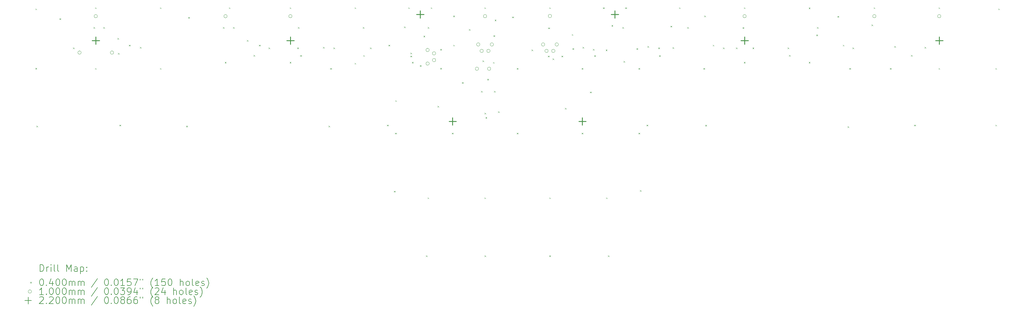
<source format=gbr>
%TF.GenerationSoftware,KiCad,Pcbnew,7.0.1-0*%
%TF.CreationDate,2023-05-14T12:23:51+09:00*%
%TF.ProjectId,Sandy_Top_with_Plate_Mid,53616e64-795f-4546-9f70-5f776974685f,v.0*%
%TF.SameCoordinates,Original*%
%TF.FileFunction,Drillmap*%
%TF.FilePolarity,Positive*%
%FSLAX45Y45*%
G04 Gerber Fmt 4.5, Leading zero omitted, Abs format (unit mm)*
G04 Created by KiCad (PCBNEW 7.0.1-0) date 2023-05-14 12:23:51*
%MOMM*%
%LPD*%
G01*
G04 APERTURE LIST*
%ADD10C,0.200000*%
%ADD11C,0.040000*%
%ADD12C,0.100000*%
%ADD13C,0.220000*%
G04 APERTURE END LIST*
D10*
D11*
X1642931Y-1880240D02*
X1682931Y-1920240D01*
X1682931Y-1880240D02*
X1642931Y-1920240D01*
X1642931Y-3627840D02*
X1682931Y-3667840D01*
X1682931Y-3627840D02*
X1642931Y-3667840D01*
X1670531Y-5327841D02*
X1710531Y-5367841D01*
X1710531Y-5327841D02*
X1670531Y-5367841D01*
X2350531Y-2167841D02*
X2390531Y-2207841D01*
X2390531Y-2167841D02*
X2350531Y-2207841D01*
X2750531Y-3027840D02*
X2790531Y-3067840D01*
X2790531Y-3027840D02*
X2750531Y-3067840D01*
X3350531Y-2427841D02*
X3390531Y-2467841D01*
X3390531Y-2427841D02*
X3350531Y-2467841D01*
X3395531Y-1846903D02*
X3435531Y-1886903D01*
X3435531Y-1846903D02*
X3395531Y-1886903D01*
X3395531Y-3632840D02*
X3435531Y-3672840D01*
X3435531Y-3632840D02*
X3395531Y-3672840D01*
X3639531Y-2426341D02*
X3679531Y-2466341D01*
X3679531Y-2426341D02*
X3639531Y-2466341D01*
X4050531Y-2747841D02*
X4090531Y-2787841D01*
X4090531Y-2747841D02*
X4050531Y-2787841D01*
X4070531Y-3187840D02*
X4110531Y-3227840D01*
X4110531Y-3187840D02*
X4070531Y-3227840D01*
X4109906Y-5299716D02*
X4149906Y-5339716D01*
X4149906Y-5299716D02*
X4109906Y-5339716D01*
X4390531Y-2947840D02*
X4430531Y-2987840D01*
X4430531Y-2947840D02*
X4390531Y-2987840D01*
X4710531Y-3007840D02*
X4750531Y-3047840D01*
X4750531Y-3007840D02*
X4710531Y-3047840D01*
X5300531Y-1846903D02*
X5340531Y-1886903D01*
X5340531Y-1846903D02*
X5300531Y-1886903D01*
X5300531Y-3632840D02*
X5340531Y-3672840D01*
X5340531Y-3632840D02*
X5300531Y-3672840D01*
X6070531Y-5327841D02*
X6110531Y-5367841D01*
X6110531Y-5327841D02*
X6070531Y-5367841D01*
X6130531Y-2127841D02*
X6170531Y-2167841D01*
X6170531Y-2127841D02*
X6130531Y-2167841D01*
X7150531Y-2427841D02*
X7190531Y-2467841D01*
X7190531Y-2427841D02*
X7150531Y-2467841D01*
X7205531Y-3447840D02*
X7245531Y-3487840D01*
X7245531Y-3447840D02*
X7205531Y-3487840D01*
X7324593Y-1846903D02*
X7364593Y-1886903D01*
X7364593Y-1846903D02*
X7324593Y-1886903D01*
X7449531Y-2426341D02*
X7489531Y-2466341D01*
X7489531Y-2426341D02*
X7449531Y-2466341D01*
X7850531Y-2807840D02*
X7890531Y-2847840D01*
X7890531Y-2807840D02*
X7850531Y-2847840D01*
X8050531Y-3244870D02*
X8090531Y-3284870D01*
X8090531Y-3244870D02*
X8050531Y-3284870D01*
X8210531Y-2947840D02*
X8250531Y-2987840D01*
X8250531Y-2947840D02*
X8210531Y-2987840D01*
X8490531Y-3027840D02*
X8530531Y-3067840D01*
X8530531Y-3027840D02*
X8490531Y-3067840D01*
X9110531Y-1846903D02*
X9150531Y-1886903D01*
X9150531Y-1846903D02*
X9110531Y-1886903D01*
X9110531Y-3447840D02*
X9150531Y-3487840D01*
X9150531Y-3447840D02*
X9110531Y-3487840D01*
X9330531Y-3027840D02*
X9370531Y-3067840D01*
X9370531Y-3027840D02*
X9330531Y-3067840D01*
X9354531Y-2426341D02*
X9394531Y-2466341D01*
X9394531Y-2426341D02*
X9354531Y-2466341D01*
X9417351Y-3250810D02*
X9457351Y-3290810D01*
X9457351Y-3250810D02*
X9417351Y-3290810D01*
X10090531Y-3007840D02*
X10130531Y-3047840D01*
X10130531Y-3007840D02*
X10090531Y-3047840D01*
X10250531Y-5327841D02*
X10290531Y-5367841D01*
X10290531Y-5327841D02*
X10250531Y-5367841D01*
X10301156Y-3632840D02*
X10341156Y-3672840D01*
X10341156Y-3632840D02*
X10301156Y-3672840D01*
X10390531Y-3027840D02*
X10430531Y-3067840D01*
X10430531Y-3027840D02*
X10390531Y-3067840D01*
X11015531Y-1846903D02*
X11055531Y-1886903D01*
X11055531Y-1846903D02*
X11015531Y-1886903D01*
X11015531Y-3480440D02*
X11055531Y-3520440D01*
X11055531Y-3480440D02*
X11015531Y-3520440D01*
X11259531Y-2426341D02*
X11299531Y-2466341D01*
X11299531Y-2426341D02*
X11259531Y-2466341D01*
X11270531Y-3250810D02*
X11310531Y-3290810D01*
X11310531Y-3250810D02*
X11270531Y-3290810D01*
X11470531Y-3027840D02*
X11510531Y-3067840D01*
X11510531Y-3027840D02*
X11470531Y-3067840D01*
X11968031Y-5299716D02*
X12008031Y-5339716D01*
X12008031Y-5299716D02*
X11968031Y-5339716D01*
X12010531Y-2947840D02*
X12050531Y-2987840D01*
X12050531Y-2947840D02*
X12010531Y-2987840D01*
X12170531Y-7247840D02*
X12210531Y-7287840D01*
X12210531Y-7247840D02*
X12170531Y-7287840D01*
X12206156Y-5537841D02*
X12246156Y-5577841D01*
X12246156Y-5537841D02*
X12206156Y-5577841D01*
X12210000Y-4580000D02*
X12250000Y-4620000D01*
X12250000Y-4580000D02*
X12210000Y-4620000D01*
X12470531Y-2407841D02*
X12510531Y-2447841D01*
X12510531Y-2407841D02*
X12470531Y-2447841D01*
X12590331Y-1846903D02*
X12630331Y-1886903D01*
X12630331Y-1846903D02*
X12590331Y-1886903D01*
X12651878Y-3180134D02*
X12691878Y-3220134D01*
X12691878Y-3180134D02*
X12651878Y-3220134D01*
X12652295Y-3268770D02*
X12692295Y-3308770D01*
X12692295Y-3268770D02*
X12652295Y-3308770D01*
X12700000Y-3447840D02*
X12740000Y-3487840D01*
X12740000Y-3447840D02*
X12700000Y-3487840D01*
X12930531Y-3547840D02*
X12970531Y-3587840D01*
X12970531Y-3547840D02*
X12930531Y-3587840D01*
X13039593Y-2680341D02*
X13079593Y-2720341D01*
X13079593Y-2680341D02*
X13039593Y-2720341D01*
X13110531Y-9147841D02*
X13150531Y-9187841D01*
X13150531Y-9147841D02*
X13110531Y-9187841D01*
X13158656Y-7442840D02*
X13198656Y-7482840D01*
X13198656Y-7442840D02*
X13158656Y-7482840D01*
X13164531Y-2426341D02*
X13204531Y-2466341D01*
X13204531Y-2426341D02*
X13164531Y-2466341D01*
X13250731Y-1846903D02*
X13290731Y-1886903D01*
X13290731Y-1846903D02*
X13250731Y-1886903D01*
X13450531Y-4747841D02*
X13490531Y-4787841D01*
X13490531Y-4747841D02*
X13450531Y-4787841D01*
X13530531Y-3067840D02*
X13570531Y-3107840D01*
X13570531Y-3067840D02*
X13530531Y-3107840D01*
X13530531Y-3627840D02*
X13570531Y-3667840D01*
X13570531Y-3627840D02*
X13530531Y-3667840D01*
X13873031Y-5537841D02*
X13913031Y-5577841D01*
X13913031Y-5537841D02*
X13873031Y-5577841D01*
X13910000Y-2090000D02*
X13950000Y-2130000D01*
X13950000Y-2090000D02*
X13910000Y-2130000D01*
X13910531Y-2947840D02*
X13950531Y-2987840D01*
X13950531Y-2947840D02*
X13910531Y-2987840D01*
X14170531Y-4047840D02*
X14210531Y-4087840D01*
X14210531Y-4047840D02*
X14170531Y-4087840D01*
X14370531Y-2487841D02*
X14410531Y-2527841D01*
X14410531Y-2487841D02*
X14370531Y-2527841D01*
X14730531Y-4307841D02*
X14770531Y-4347841D01*
X14770531Y-4307841D02*
X14730531Y-4347841D01*
X14770531Y-3407840D02*
X14810531Y-3447840D01*
X14810531Y-3407840D02*
X14770531Y-3447840D01*
X14825531Y-1846903D02*
X14865531Y-1886903D01*
X14865531Y-1846903D02*
X14825531Y-1886903D01*
X14825531Y-7442840D02*
X14865531Y-7482840D01*
X14865531Y-7442840D02*
X14825531Y-7482840D01*
X14830531Y-4947841D02*
X14870531Y-4987841D01*
X14870531Y-4947841D02*
X14830531Y-4987841D01*
X14830531Y-9147841D02*
X14870531Y-9187841D01*
X14870531Y-9147841D02*
X14830531Y-9187841D01*
X14860531Y-5077841D02*
X14900531Y-5117841D01*
X14900531Y-5077841D02*
X14860531Y-5117841D01*
X14910531Y-3947840D02*
X14950531Y-3987840D01*
X14950531Y-3947840D02*
X14910531Y-3987840D01*
X15079531Y-3455040D02*
X15119531Y-3495040D01*
X15119531Y-3455040D02*
X15079531Y-3495040D01*
X15090531Y-2667841D02*
X15130531Y-2707841D01*
X15130531Y-2667841D02*
X15090531Y-2707841D01*
X15110531Y-4307841D02*
X15150531Y-4347841D01*
X15150531Y-4307841D02*
X15110531Y-4347841D01*
X15130531Y-2207841D02*
X15170531Y-2247841D01*
X15170531Y-2207841D02*
X15130531Y-2247841D01*
X15230531Y-4907841D02*
X15270531Y-4947841D01*
X15270531Y-4907841D02*
X15230531Y-4947841D01*
X15640531Y-2117841D02*
X15680531Y-2157841D01*
X15680531Y-2117841D02*
X15640531Y-2157841D01*
X15778031Y-3632840D02*
X15818031Y-3672840D01*
X15818031Y-3632840D02*
X15778031Y-3672840D01*
X15778031Y-5537841D02*
X15818031Y-5577841D01*
X15818031Y-5537841D02*
X15778031Y-5577841D01*
X16210531Y-3087840D02*
X16250531Y-3127840D01*
X16250531Y-3087840D02*
X16210531Y-3127840D01*
X16690531Y-3267840D02*
X16730531Y-3307840D01*
X16730531Y-3267840D02*
X16690531Y-3307840D01*
X16700531Y-2437841D02*
X16740531Y-2477841D01*
X16740531Y-2437841D02*
X16700531Y-2477841D01*
X16730531Y-1846903D02*
X16770531Y-1886903D01*
X16770531Y-1846903D02*
X16730531Y-1886903D01*
X16730531Y-7442840D02*
X16770531Y-7482840D01*
X16770531Y-7442840D02*
X16730531Y-7482840D01*
X16730531Y-9147841D02*
X16770531Y-9187841D01*
X16770531Y-9147841D02*
X16730531Y-9187841D01*
X16830531Y-3347840D02*
X16870531Y-3387840D01*
X16870531Y-3347840D02*
X16830531Y-3387840D01*
X17090531Y-3267840D02*
X17130531Y-3307840D01*
X17130531Y-3267840D02*
X17090531Y-3307840D01*
X17190531Y-4807841D02*
X17230531Y-4847841D01*
X17230531Y-4807841D02*
X17190531Y-4847841D01*
X17390931Y-2632716D02*
X17430931Y-2672716D01*
X17430931Y-2632716D02*
X17390931Y-2672716D01*
X17410531Y-3047840D02*
X17450531Y-3087840D01*
X17450531Y-3047840D02*
X17410531Y-3087840D01*
X17683031Y-3632840D02*
X17723031Y-3672840D01*
X17723031Y-3632840D02*
X17683031Y-3672840D01*
X17683031Y-5537841D02*
X17723031Y-5577841D01*
X17723031Y-5537841D02*
X17683031Y-5577841D01*
X17710531Y-3007840D02*
X17750531Y-3047840D01*
X17750531Y-3007840D02*
X17710531Y-3047840D01*
X17930531Y-4327841D02*
X17970531Y-4367841D01*
X17970531Y-4327841D02*
X17930531Y-4367841D01*
X18010531Y-3067840D02*
X18050531Y-3107840D01*
X18050531Y-3067840D02*
X18010531Y-3107840D01*
X18050531Y-3254090D02*
X18090531Y-3294090D01*
X18090531Y-3254090D02*
X18050531Y-3294090D01*
X18310000Y-1846903D02*
X18350000Y-1886903D01*
X18350000Y-1846903D02*
X18310000Y-1886903D01*
X18390531Y-3087840D02*
X18430531Y-3127840D01*
X18430531Y-3087840D02*
X18390531Y-3127840D01*
X18397406Y-7442840D02*
X18437406Y-7482840D01*
X18437406Y-7442840D02*
X18397406Y-7482840D01*
X18450531Y-9147841D02*
X18490531Y-9187841D01*
X18490531Y-9147841D02*
X18450531Y-9187841D01*
X18560000Y-2370000D02*
X18600000Y-2410000D01*
X18600000Y-2370000D02*
X18560000Y-2410000D01*
X18879531Y-2426340D02*
X18919531Y-2466340D01*
X18919531Y-2426340D02*
X18879531Y-2466340D01*
X18910531Y-3427840D02*
X18950531Y-3467840D01*
X18950531Y-3427840D02*
X18910531Y-3467840D01*
X18960000Y-1846903D02*
X19000000Y-1886903D01*
X19000000Y-1846903D02*
X18960000Y-1886903D01*
X19290531Y-3047840D02*
X19330531Y-3087840D01*
X19330531Y-3047840D02*
X19290531Y-3087840D01*
X19349906Y-3632840D02*
X19389906Y-3672840D01*
X19389906Y-3632840D02*
X19349906Y-3672840D01*
X19349906Y-5537841D02*
X19389906Y-5577841D01*
X19389906Y-5537841D02*
X19349906Y-5577841D01*
X19390531Y-7227840D02*
X19430531Y-7267840D01*
X19430531Y-7227840D02*
X19390531Y-7267840D01*
X19588031Y-5299716D02*
X19628031Y-5339716D01*
X19628031Y-5299716D02*
X19588031Y-5339716D01*
X19610531Y-2987840D02*
X19650531Y-3027840D01*
X19650531Y-2987840D02*
X19610531Y-3027840D01*
X19930531Y-3027840D02*
X19970531Y-3067840D01*
X19970531Y-3027840D02*
X19930531Y-3067840D01*
X19956781Y-3254090D02*
X19996781Y-3294090D01*
X19996781Y-3254090D02*
X19956781Y-3294090D01*
X20290531Y-2387841D02*
X20330531Y-2427841D01*
X20330531Y-2387841D02*
X20290531Y-2427841D01*
X20350000Y-3020000D02*
X20390000Y-3060000D01*
X20390000Y-3020000D02*
X20350000Y-3060000D01*
X20540531Y-1846903D02*
X20580531Y-1886903D01*
X20580531Y-1846903D02*
X20540531Y-1886903D01*
X20784531Y-2426341D02*
X20824531Y-2466341D01*
X20824531Y-2426341D02*
X20784531Y-2466341D01*
X21254906Y-3632840D02*
X21294906Y-3672840D01*
X21294906Y-3632840D02*
X21254906Y-3672840D01*
X21280000Y-2090000D02*
X21320000Y-2130000D01*
X21320000Y-2090000D02*
X21280000Y-2130000D01*
X21310531Y-5307841D02*
X21350531Y-5347841D01*
X21350531Y-5307841D02*
X21310531Y-5347841D01*
X21530531Y-2947840D02*
X21570531Y-2987840D01*
X21570531Y-2947840D02*
X21530531Y-2987840D01*
X21830531Y-3027840D02*
X21870531Y-3067840D01*
X21870531Y-3027840D02*
X21830531Y-3067840D01*
X22210000Y-3030000D02*
X22250000Y-3070000D01*
X22250000Y-3030000D02*
X22210000Y-3070000D01*
X22410000Y-2430000D02*
X22450000Y-2470000D01*
X22450000Y-2430000D02*
X22410000Y-2470000D01*
X22445531Y-1846903D02*
X22485531Y-1886903D01*
X22485531Y-1846903D02*
X22445531Y-1886903D01*
X22445531Y-3447840D02*
X22485531Y-3487840D01*
X22485531Y-3447840D02*
X22445531Y-3487840D01*
X22700000Y-3030000D02*
X22740000Y-3070000D01*
X22740000Y-3030000D02*
X22700000Y-3070000D01*
X23730531Y-3027840D02*
X23770531Y-3067840D01*
X23770531Y-3027840D02*
X23730531Y-3067840D01*
X23770531Y-3244870D02*
X23810531Y-3284870D01*
X23810531Y-3244870D02*
X23770531Y-3284870D01*
X24350531Y-1850000D02*
X24390531Y-1890000D01*
X24390531Y-1850000D02*
X24350531Y-1890000D01*
X24350531Y-3447840D02*
X24390531Y-3487840D01*
X24390531Y-3447840D02*
X24350531Y-3487840D01*
X24570531Y-2647841D02*
X24610531Y-2687841D01*
X24610531Y-2647841D02*
X24570531Y-2687841D01*
X24594531Y-2426341D02*
X24634531Y-2466341D01*
X24634531Y-2426341D02*
X24594531Y-2466341D01*
X25190000Y-2100000D02*
X25230000Y-2140000D01*
X25230000Y-2100000D02*
X25190000Y-2140000D01*
X25350531Y-2947840D02*
X25390531Y-2987840D01*
X25390531Y-2947840D02*
X25350531Y-2987840D01*
X25490531Y-5347841D02*
X25530531Y-5387841D01*
X25530531Y-5347841D02*
X25490531Y-5387841D01*
X25541156Y-3632840D02*
X25581156Y-3672840D01*
X25581156Y-3632840D02*
X25541156Y-3672840D01*
X25630531Y-3027840D02*
X25670531Y-3067840D01*
X25670531Y-3027840D02*
X25630531Y-3067840D01*
X26190000Y-2350000D02*
X26230000Y-2390000D01*
X26230000Y-2350000D02*
X26190000Y-2390000D01*
X26255531Y-1846903D02*
X26295531Y-1886903D01*
X26295531Y-1846903D02*
X26255531Y-1886903D01*
X26731781Y-3632840D02*
X26771781Y-3672840D01*
X26771781Y-3632840D02*
X26731781Y-3672840D01*
X26860223Y-2984870D02*
X26900223Y-3024870D01*
X26900223Y-2984870D02*
X26860223Y-3024870D01*
X27351131Y-3248440D02*
X27391131Y-3288440D01*
X27391131Y-3248440D02*
X27351131Y-3288440D01*
X27446156Y-5299716D02*
X27486156Y-5339716D01*
X27486156Y-5299716D02*
X27446156Y-5339716D01*
X27750531Y-3007840D02*
X27790531Y-3047840D01*
X27790531Y-3007840D02*
X27750531Y-3047840D01*
X28160531Y-1846903D02*
X28200531Y-1886903D01*
X28200531Y-1846903D02*
X28160531Y-1886903D01*
X28160531Y-3632840D02*
X28200531Y-3672840D01*
X28200531Y-3632840D02*
X28160531Y-3672840D01*
X29827406Y-3632840D02*
X29867406Y-3672840D01*
X29867406Y-3632840D02*
X29827406Y-3672840D01*
X29827406Y-5299716D02*
X29867406Y-5339716D01*
X29867406Y-5299716D02*
X29827406Y-5339716D01*
X29913131Y-1880240D02*
X29953131Y-1920240D01*
X29953131Y-1880240D02*
X29913131Y-1920240D01*
D12*
X2989281Y-3176590D02*
G75*
G03*
X2989281Y-3176590I-50000J0D01*
G01*
X3465531Y-2105028D02*
G75*
G03*
X3465531Y-2105028I-50000J0D01*
G01*
X3941781Y-3176590D02*
G75*
G03*
X3941781Y-3176590I-50000J0D01*
G01*
X7275531Y-2105966D02*
G75*
G03*
X7275531Y-2105966I-50000J0D01*
G01*
X9180531Y-2105028D02*
G75*
G03*
X9180531Y-2105028I-50000J0D01*
G01*
X13208656Y-3100340D02*
G75*
G03*
X13208656Y-3100340I-50000J0D01*
G01*
X13208656Y-3500340D02*
G75*
G03*
X13208656Y-3500340I-50000J0D01*
G01*
X13398656Y-3200340D02*
G75*
G03*
X13398656Y-3200340I-50000J0D01*
G01*
X13398656Y-3400340D02*
G75*
G03*
X13398656Y-3400340I-50000J0D01*
G01*
X14657406Y-3652840D02*
G75*
G03*
X14657406Y-3652840I-50000J0D01*
G01*
X14695531Y-2937528D02*
G75*
G03*
X14695531Y-2937528I-50000J0D01*
G01*
X14795531Y-3127528D02*
G75*
G03*
X14795531Y-3127528I-50000J0D01*
G01*
X14895531Y-2105028D02*
G75*
G03*
X14895531Y-2105028I-50000J0D01*
G01*
X14995531Y-3127528D02*
G75*
G03*
X14995531Y-3127528I-50000J0D01*
G01*
X15014593Y-3652840D02*
G75*
G03*
X15014593Y-3652840I-50000J0D01*
G01*
X15095531Y-2937528D02*
G75*
G03*
X15095531Y-2937528I-50000J0D01*
G01*
X16600531Y-2937528D02*
G75*
G03*
X16600531Y-2937528I-50000J0D01*
G01*
X16700531Y-3127528D02*
G75*
G03*
X16700531Y-3127528I-50000J0D01*
G01*
X16800531Y-2100341D02*
G75*
G03*
X16800531Y-2100341I-50000J0D01*
G01*
X16900531Y-3127528D02*
G75*
G03*
X16900531Y-3127528I-50000J0D01*
G01*
X17000531Y-2937528D02*
G75*
G03*
X17000531Y-2937528I-50000J0D01*
G01*
X22515531Y-2105028D02*
G75*
G03*
X22515531Y-2105028I-50000J0D01*
G01*
X26325531Y-2105028D02*
G75*
G03*
X26325531Y-2105028I-50000J0D01*
G01*
X28230531Y-2105028D02*
G75*
G03*
X28230531Y-2105028I-50000J0D01*
G01*
D13*
X3415531Y-2709403D02*
X3415531Y-2929403D01*
X3305531Y-2819403D02*
X3525531Y-2819403D01*
X9130531Y-2709403D02*
X9130531Y-2929403D01*
X9020531Y-2819403D02*
X9240531Y-2819403D01*
X12940531Y-1946165D02*
X12940531Y-2166166D01*
X12830531Y-2056165D02*
X13050531Y-2056165D01*
X13893031Y-5090653D02*
X13893031Y-5310653D01*
X13783031Y-5200653D02*
X14003031Y-5200653D01*
X17703031Y-5090653D02*
X17703031Y-5310653D01*
X17593031Y-5200653D02*
X17813031Y-5200653D01*
X18655531Y-1946165D02*
X18655531Y-2166166D01*
X18545531Y-2056165D02*
X18765531Y-2056165D01*
X22465531Y-2709403D02*
X22465531Y-2929403D01*
X22355531Y-2819403D02*
X22575531Y-2819403D01*
X28180531Y-2709403D02*
X28180531Y-2929403D01*
X28070531Y-2819403D02*
X28290531Y-2819403D01*
D10*
X1778150Y-9620360D02*
X1778150Y-9420360D01*
X1778150Y-9420360D02*
X1825769Y-9420360D01*
X1825769Y-9420360D02*
X1854340Y-9429884D01*
X1854340Y-9429884D02*
X1873388Y-9448932D01*
X1873388Y-9448932D02*
X1882912Y-9467979D01*
X1882912Y-9467979D02*
X1892436Y-9506075D01*
X1892436Y-9506075D02*
X1892436Y-9534646D01*
X1892436Y-9534646D02*
X1882912Y-9572741D01*
X1882912Y-9572741D02*
X1873388Y-9591789D01*
X1873388Y-9591789D02*
X1854340Y-9610837D01*
X1854340Y-9610837D02*
X1825769Y-9620360D01*
X1825769Y-9620360D02*
X1778150Y-9620360D01*
X1978150Y-9620360D02*
X1978150Y-9487027D01*
X1978150Y-9525122D02*
X1987674Y-9506075D01*
X1987674Y-9506075D02*
X1997198Y-9496551D01*
X1997198Y-9496551D02*
X2016245Y-9487027D01*
X2016245Y-9487027D02*
X2035293Y-9487027D01*
X2101960Y-9620360D02*
X2101960Y-9487027D01*
X2101960Y-9420360D02*
X2092436Y-9429884D01*
X2092436Y-9429884D02*
X2101960Y-9439408D01*
X2101960Y-9439408D02*
X2111483Y-9429884D01*
X2111483Y-9429884D02*
X2101960Y-9420360D01*
X2101960Y-9420360D02*
X2101960Y-9439408D01*
X2225769Y-9620360D02*
X2206721Y-9610837D01*
X2206721Y-9610837D02*
X2197198Y-9591789D01*
X2197198Y-9591789D02*
X2197198Y-9420360D01*
X2330531Y-9620360D02*
X2311483Y-9610837D01*
X2311483Y-9610837D02*
X2301960Y-9591789D01*
X2301960Y-9591789D02*
X2301960Y-9420360D01*
X2559102Y-9620360D02*
X2559102Y-9420360D01*
X2559102Y-9420360D02*
X2625769Y-9563217D01*
X2625769Y-9563217D02*
X2692436Y-9420360D01*
X2692436Y-9420360D02*
X2692436Y-9620360D01*
X2873388Y-9620360D02*
X2873388Y-9515598D01*
X2873388Y-9515598D02*
X2863864Y-9496551D01*
X2863864Y-9496551D02*
X2844817Y-9487027D01*
X2844817Y-9487027D02*
X2806721Y-9487027D01*
X2806721Y-9487027D02*
X2787674Y-9496551D01*
X2873388Y-9610837D02*
X2854340Y-9620360D01*
X2854340Y-9620360D02*
X2806721Y-9620360D01*
X2806721Y-9620360D02*
X2787674Y-9610837D01*
X2787674Y-9610837D02*
X2778150Y-9591789D01*
X2778150Y-9591789D02*
X2778150Y-9572741D01*
X2778150Y-9572741D02*
X2787674Y-9553694D01*
X2787674Y-9553694D02*
X2806721Y-9544170D01*
X2806721Y-9544170D02*
X2854340Y-9544170D01*
X2854340Y-9544170D02*
X2873388Y-9534646D01*
X2968626Y-9487027D02*
X2968626Y-9687027D01*
X2968626Y-9496551D02*
X2987674Y-9487027D01*
X2987674Y-9487027D02*
X3025769Y-9487027D01*
X3025769Y-9487027D02*
X3044817Y-9496551D01*
X3044817Y-9496551D02*
X3054340Y-9506075D01*
X3054340Y-9506075D02*
X3063864Y-9525122D01*
X3063864Y-9525122D02*
X3063864Y-9582265D01*
X3063864Y-9582265D02*
X3054340Y-9601313D01*
X3054340Y-9601313D02*
X3044817Y-9610837D01*
X3044817Y-9610837D02*
X3025769Y-9620360D01*
X3025769Y-9620360D02*
X2987674Y-9620360D01*
X2987674Y-9620360D02*
X2968626Y-9610837D01*
X3149579Y-9601313D02*
X3159102Y-9610837D01*
X3159102Y-9610837D02*
X3149579Y-9620360D01*
X3149579Y-9620360D02*
X3140055Y-9610837D01*
X3140055Y-9610837D02*
X3149579Y-9601313D01*
X3149579Y-9601313D02*
X3149579Y-9620360D01*
X3149579Y-9496551D02*
X3159102Y-9506075D01*
X3159102Y-9506075D02*
X3149579Y-9515598D01*
X3149579Y-9515598D02*
X3140055Y-9506075D01*
X3140055Y-9506075D02*
X3149579Y-9496551D01*
X3149579Y-9496551D02*
X3149579Y-9515598D01*
D11*
X1490531Y-9927837D02*
X1530531Y-9967837D01*
X1530531Y-9927837D02*
X1490531Y-9967837D01*
D10*
X1816245Y-9840360D02*
X1835293Y-9840360D01*
X1835293Y-9840360D02*
X1854340Y-9849884D01*
X1854340Y-9849884D02*
X1863864Y-9859408D01*
X1863864Y-9859408D02*
X1873388Y-9878456D01*
X1873388Y-9878456D02*
X1882912Y-9916551D01*
X1882912Y-9916551D02*
X1882912Y-9964170D01*
X1882912Y-9964170D02*
X1873388Y-10002265D01*
X1873388Y-10002265D02*
X1863864Y-10021313D01*
X1863864Y-10021313D02*
X1854340Y-10030837D01*
X1854340Y-10030837D02*
X1835293Y-10040360D01*
X1835293Y-10040360D02*
X1816245Y-10040360D01*
X1816245Y-10040360D02*
X1797198Y-10030837D01*
X1797198Y-10030837D02*
X1787674Y-10021313D01*
X1787674Y-10021313D02*
X1778150Y-10002265D01*
X1778150Y-10002265D02*
X1768626Y-9964170D01*
X1768626Y-9964170D02*
X1768626Y-9916551D01*
X1768626Y-9916551D02*
X1778150Y-9878456D01*
X1778150Y-9878456D02*
X1787674Y-9859408D01*
X1787674Y-9859408D02*
X1797198Y-9849884D01*
X1797198Y-9849884D02*
X1816245Y-9840360D01*
X1968626Y-10021313D02*
X1978150Y-10030837D01*
X1978150Y-10030837D02*
X1968626Y-10040360D01*
X1968626Y-10040360D02*
X1959102Y-10030837D01*
X1959102Y-10030837D02*
X1968626Y-10021313D01*
X1968626Y-10021313D02*
X1968626Y-10040360D01*
X2149579Y-9907027D02*
X2149579Y-10040360D01*
X2101960Y-9830837D02*
X2054340Y-9973694D01*
X2054340Y-9973694D02*
X2178150Y-9973694D01*
X2292436Y-9840360D02*
X2311483Y-9840360D01*
X2311483Y-9840360D02*
X2330531Y-9849884D01*
X2330531Y-9849884D02*
X2340055Y-9859408D01*
X2340055Y-9859408D02*
X2349579Y-9878456D01*
X2349579Y-9878456D02*
X2359102Y-9916551D01*
X2359102Y-9916551D02*
X2359102Y-9964170D01*
X2359102Y-9964170D02*
X2349579Y-10002265D01*
X2349579Y-10002265D02*
X2340055Y-10021313D01*
X2340055Y-10021313D02*
X2330531Y-10030837D01*
X2330531Y-10030837D02*
X2311483Y-10040360D01*
X2311483Y-10040360D02*
X2292436Y-10040360D01*
X2292436Y-10040360D02*
X2273388Y-10030837D01*
X2273388Y-10030837D02*
X2263864Y-10021313D01*
X2263864Y-10021313D02*
X2254341Y-10002265D01*
X2254341Y-10002265D02*
X2244817Y-9964170D01*
X2244817Y-9964170D02*
X2244817Y-9916551D01*
X2244817Y-9916551D02*
X2254341Y-9878456D01*
X2254341Y-9878456D02*
X2263864Y-9859408D01*
X2263864Y-9859408D02*
X2273388Y-9849884D01*
X2273388Y-9849884D02*
X2292436Y-9840360D01*
X2482912Y-9840360D02*
X2501960Y-9840360D01*
X2501960Y-9840360D02*
X2521007Y-9849884D01*
X2521007Y-9849884D02*
X2530531Y-9859408D01*
X2530531Y-9859408D02*
X2540055Y-9878456D01*
X2540055Y-9878456D02*
X2549579Y-9916551D01*
X2549579Y-9916551D02*
X2549579Y-9964170D01*
X2549579Y-9964170D02*
X2540055Y-10002265D01*
X2540055Y-10002265D02*
X2530531Y-10021313D01*
X2530531Y-10021313D02*
X2521007Y-10030837D01*
X2521007Y-10030837D02*
X2501960Y-10040360D01*
X2501960Y-10040360D02*
X2482912Y-10040360D01*
X2482912Y-10040360D02*
X2463864Y-10030837D01*
X2463864Y-10030837D02*
X2454341Y-10021313D01*
X2454341Y-10021313D02*
X2444817Y-10002265D01*
X2444817Y-10002265D02*
X2435293Y-9964170D01*
X2435293Y-9964170D02*
X2435293Y-9916551D01*
X2435293Y-9916551D02*
X2444817Y-9878456D01*
X2444817Y-9878456D02*
X2454341Y-9859408D01*
X2454341Y-9859408D02*
X2463864Y-9849884D01*
X2463864Y-9849884D02*
X2482912Y-9840360D01*
X2635293Y-10040360D02*
X2635293Y-9907027D01*
X2635293Y-9926075D02*
X2644817Y-9916551D01*
X2644817Y-9916551D02*
X2663864Y-9907027D01*
X2663864Y-9907027D02*
X2692436Y-9907027D01*
X2692436Y-9907027D02*
X2711483Y-9916551D01*
X2711483Y-9916551D02*
X2721007Y-9935598D01*
X2721007Y-9935598D02*
X2721007Y-10040360D01*
X2721007Y-9935598D02*
X2730531Y-9916551D01*
X2730531Y-9916551D02*
X2749579Y-9907027D01*
X2749579Y-9907027D02*
X2778150Y-9907027D01*
X2778150Y-9907027D02*
X2797198Y-9916551D01*
X2797198Y-9916551D02*
X2806721Y-9935598D01*
X2806721Y-9935598D02*
X2806721Y-10040360D01*
X2901960Y-10040360D02*
X2901960Y-9907027D01*
X2901960Y-9926075D02*
X2911483Y-9916551D01*
X2911483Y-9916551D02*
X2930531Y-9907027D01*
X2930531Y-9907027D02*
X2959102Y-9907027D01*
X2959102Y-9907027D02*
X2978150Y-9916551D01*
X2978150Y-9916551D02*
X2987674Y-9935598D01*
X2987674Y-9935598D02*
X2987674Y-10040360D01*
X2987674Y-9935598D02*
X2997198Y-9916551D01*
X2997198Y-9916551D02*
X3016245Y-9907027D01*
X3016245Y-9907027D02*
X3044817Y-9907027D01*
X3044817Y-9907027D02*
X3063864Y-9916551D01*
X3063864Y-9916551D02*
X3073388Y-9935598D01*
X3073388Y-9935598D02*
X3073388Y-10040360D01*
X3463864Y-9830837D02*
X3292436Y-10087979D01*
X3721007Y-9840360D02*
X3740055Y-9840360D01*
X3740055Y-9840360D02*
X3759103Y-9849884D01*
X3759103Y-9849884D02*
X3768626Y-9859408D01*
X3768626Y-9859408D02*
X3778150Y-9878456D01*
X3778150Y-9878456D02*
X3787674Y-9916551D01*
X3787674Y-9916551D02*
X3787674Y-9964170D01*
X3787674Y-9964170D02*
X3778150Y-10002265D01*
X3778150Y-10002265D02*
X3768626Y-10021313D01*
X3768626Y-10021313D02*
X3759103Y-10030837D01*
X3759103Y-10030837D02*
X3740055Y-10040360D01*
X3740055Y-10040360D02*
X3721007Y-10040360D01*
X3721007Y-10040360D02*
X3701960Y-10030837D01*
X3701960Y-10030837D02*
X3692436Y-10021313D01*
X3692436Y-10021313D02*
X3682912Y-10002265D01*
X3682912Y-10002265D02*
X3673388Y-9964170D01*
X3673388Y-9964170D02*
X3673388Y-9916551D01*
X3673388Y-9916551D02*
X3682912Y-9878456D01*
X3682912Y-9878456D02*
X3692436Y-9859408D01*
X3692436Y-9859408D02*
X3701960Y-9849884D01*
X3701960Y-9849884D02*
X3721007Y-9840360D01*
X3873388Y-10021313D02*
X3882912Y-10030837D01*
X3882912Y-10030837D02*
X3873388Y-10040360D01*
X3873388Y-10040360D02*
X3863864Y-10030837D01*
X3863864Y-10030837D02*
X3873388Y-10021313D01*
X3873388Y-10021313D02*
X3873388Y-10040360D01*
X4006722Y-9840360D02*
X4025769Y-9840360D01*
X4025769Y-9840360D02*
X4044817Y-9849884D01*
X4044817Y-9849884D02*
X4054341Y-9859408D01*
X4054341Y-9859408D02*
X4063864Y-9878456D01*
X4063864Y-9878456D02*
X4073388Y-9916551D01*
X4073388Y-9916551D02*
X4073388Y-9964170D01*
X4073388Y-9964170D02*
X4063864Y-10002265D01*
X4063864Y-10002265D02*
X4054341Y-10021313D01*
X4054341Y-10021313D02*
X4044817Y-10030837D01*
X4044817Y-10030837D02*
X4025769Y-10040360D01*
X4025769Y-10040360D02*
X4006722Y-10040360D01*
X4006722Y-10040360D02*
X3987674Y-10030837D01*
X3987674Y-10030837D02*
X3978150Y-10021313D01*
X3978150Y-10021313D02*
X3968626Y-10002265D01*
X3968626Y-10002265D02*
X3959103Y-9964170D01*
X3959103Y-9964170D02*
X3959103Y-9916551D01*
X3959103Y-9916551D02*
X3968626Y-9878456D01*
X3968626Y-9878456D02*
X3978150Y-9859408D01*
X3978150Y-9859408D02*
X3987674Y-9849884D01*
X3987674Y-9849884D02*
X4006722Y-9840360D01*
X4263865Y-10040360D02*
X4149579Y-10040360D01*
X4206722Y-10040360D02*
X4206722Y-9840360D01*
X4206722Y-9840360D02*
X4187674Y-9868932D01*
X4187674Y-9868932D02*
X4168626Y-9887979D01*
X4168626Y-9887979D02*
X4149579Y-9897503D01*
X4444817Y-9840360D02*
X4349579Y-9840360D01*
X4349579Y-9840360D02*
X4340055Y-9935598D01*
X4340055Y-9935598D02*
X4349579Y-9926075D01*
X4349579Y-9926075D02*
X4368626Y-9916551D01*
X4368626Y-9916551D02*
X4416246Y-9916551D01*
X4416246Y-9916551D02*
X4435293Y-9926075D01*
X4435293Y-9926075D02*
X4444817Y-9935598D01*
X4444817Y-9935598D02*
X4454341Y-9954646D01*
X4454341Y-9954646D02*
X4454341Y-10002265D01*
X4454341Y-10002265D02*
X4444817Y-10021313D01*
X4444817Y-10021313D02*
X4435293Y-10030837D01*
X4435293Y-10030837D02*
X4416246Y-10040360D01*
X4416246Y-10040360D02*
X4368626Y-10040360D01*
X4368626Y-10040360D02*
X4349579Y-10030837D01*
X4349579Y-10030837D02*
X4340055Y-10021313D01*
X4521007Y-9840360D02*
X4654341Y-9840360D01*
X4654341Y-9840360D02*
X4568626Y-10040360D01*
X4721007Y-9840360D02*
X4721007Y-9878456D01*
X4797198Y-9840360D02*
X4797198Y-9878456D01*
X5092436Y-10116551D02*
X5082912Y-10107027D01*
X5082912Y-10107027D02*
X5063865Y-10078456D01*
X5063865Y-10078456D02*
X5054341Y-10059408D01*
X5054341Y-10059408D02*
X5044817Y-10030837D01*
X5044817Y-10030837D02*
X5035293Y-9983217D01*
X5035293Y-9983217D02*
X5035293Y-9945122D01*
X5035293Y-9945122D02*
X5044817Y-9897503D01*
X5044817Y-9897503D02*
X5054341Y-9868932D01*
X5054341Y-9868932D02*
X5063865Y-9849884D01*
X5063865Y-9849884D02*
X5082912Y-9821313D01*
X5082912Y-9821313D02*
X5092436Y-9811789D01*
X5273388Y-10040360D02*
X5159103Y-10040360D01*
X5216246Y-10040360D02*
X5216246Y-9840360D01*
X5216246Y-9840360D02*
X5197198Y-9868932D01*
X5197198Y-9868932D02*
X5178150Y-9887979D01*
X5178150Y-9887979D02*
X5159103Y-9897503D01*
X5454341Y-9840360D02*
X5359103Y-9840360D01*
X5359103Y-9840360D02*
X5349579Y-9935598D01*
X5349579Y-9935598D02*
X5359103Y-9926075D01*
X5359103Y-9926075D02*
X5378150Y-9916551D01*
X5378150Y-9916551D02*
X5425769Y-9916551D01*
X5425769Y-9916551D02*
X5444817Y-9926075D01*
X5444817Y-9926075D02*
X5454341Y-9935598D01*
X5454341Y-9935598D02*
X5463865Y-9954646D01*
X5463865Y-9954646D02*
X5463865Y-10002265D01*
X5463865Y-10002265D02*
X5454341Y-10021313D01*
X5454341Y-10021313D02*
X5444817Y-10030837D01*
X5444817Y-10030837D02*
X5425769Y-10040360D01*
X5425769Y-10040360D02*
X5378150Y-10040360D01*
X5378150Y-10040360D02*
X5359103Y-10030837D01*
X5359103Y-10030837D02*
X5349579Y-10021313D01*
X5587674Y-9840360D02*
X5606722Y-9840360D01*
X5606722Y-9840360D02*
X5625769Y-9849884D01*
X5625769Y-9849884D02*
X5635293Y-9859408D01*
X5635293Y-9859408D02*
X5644817Y-9878456D01*
X5644817Y-9878456D02*
X5654341Y-9916551D01*
X5654341Y-9916551D02*
X5654341Y-9964170D01*
X5654341Y-9964170D02*
X5644817Y-10002265D01*
X5644817Y-10002265D02*
X5635293Y-10021313D01*
X5635293Y-10021313D02*
X5625769Y-10030837D01*
X5625769Y-10030837D02*
X5606722Y-10040360D01*
X5606722Y-10040360D02*
X5587674Y-10040360D01*
X5587674Y-10040360D02*
X5568627Y-10030837D01*
X5568627Y-10030837D02*
X5559103Y-10021313D01*
X5559103Y-10021313D02*
X5549579Y-10002265D01*
X5549579Y-10002265D02*
X5540055Y-9964170D01*
X5540055Y-9964170D02*
X5540055Y-9916551D01*
X5540055Y-9916551D02*
X5549579Y-9878456D01*
X5549579Y-9878456D02*
X5559103Y-9859408D01*
X5559103Y-9859408D02*
X5568627Y-9849884D01*
X5568627Y-9849884D02*
X5587674Y-9840360D01*
X5892436Y-10040360D02*
X5892436Y-9840360D01*
X5978150Y-10040360D02*
X5978150Y-9935598D01*
X5978150Y-9935598D02*
X5968627Y-9916551D01*
X5968627Y-9916551D02*
X5949579Y-9907027D01*
X5949579Y-9907027D02*
X5921007Y-9907027D01*
X5921007Y-9907027D02*
X5901960Y-9916551D01*
X5901960Y-9916551D02*
X5892436Y-9926075D01*
X6101960Y-10040360D02*
X6082912Y-10030837D01*
X6082912Y-10030837D02*
X6073388Y-10021313D01*
X6073388Y-10021313D02*
X6063865Y-10002265D01*
X6063865Y-10002265D02*
X6063865Y-9945122D01*
X6063865Y-9945122D02*
X6073388Y-9926075D01*
X6073388Y-9926075D02*
X6082912Y-9916551D01*
X6082912Y-9916551D02*
X6101960Y-9907027D01*
X6101960Y-9907027D02*
X6130531Y-9907027D01*
X6130531Y-9907027D02*
X6149579Y-9916551D01*
X6149579Y-9916551D02*
X6159103Y-9926075D01*
X6159103Y-9926075D02*
X6168627Y-9945122D01*
X6168627Y-9945122D02*
X6168627Y-10002265D01*
X6168627Y-10002265D02*
X6159103Y-10021313D01*
X6159103Y-10021313D02*
X6149579Y-10030837D01*
X6149579Y-10030837D02*
X6130531Y-10040360D01*
X6130531Y-10040360D02*
X6101960Y-10040360D01*
X6282912Y-10040360D02*
X6263865Y-10030837D01*
X6263865Y-10030837D02*
X6254341Y-10011789D01*
X6254341Y-10011789D02*
X6254341Y-9840360D01*
X6435293Y-10030837D02*
X6416246Y-10040360D01*
X6416246Y-10040360D02*
X6378150Y-10040360D01*
X6378150Y-10040360D02*
X6359103Y-10030837D01*
X6359103Y-10030837D02*
X6349579Y-10011789D01*
X6349579Y-10011789D02*
X6349579Y-9935598D01*
X6349579Y-9935598D02*
X6359103Y-9916551D01*
X6359103Y-9916551D02*
X6378150Y-9907027D01*
X6378150Y-9907027D02*
X6416246Y-9907027D01*
X6416246Y-9907027D02*
X6435293Y-9916551D01*
X6435293Y-9916551D02*
X6444817Y-9935598D01*
X6444817Y-9935598D02*
X6444817Y-9954646D01*
X6444817Y-9954646D02*
X6349579Y-9973694D01*
X6521008Y-10030837D02*
X6540055Y-10040360D01*
X6540055Y-10040360D02*
X6578150Y-10040360D01*
X6578150Y-10040360D02*
X6597198Y-10030837D01*
X6597198Y-10030837D02*
X6606722Y-10011789D01*
X6606722Y-10011789D02*
X6606722Y-10002265D01*
X6606722Y-10002265D02*
X6597198Y-9983217D01*
X6597198Y-9983217D02*
X6578150Y-9973694D01*
X6578150Y-9973694D02*
X6549579Y-9973694D01*
X6549579Y-9973694D02*
X6530531Y-9964170D01*
X6530531Y-9964170D02*
X6521008Y-9945122D01*
X6521008Y-9945122D02*
X6521008Y-9935598D01*
X6521008Y-9935598D02*
X6530531Y-9916551D01*
X6530531Y-9916551D02*
X6549579Y-9907027D01*
X6549579Y-9907027D02*
X6578150Y-9907027D01*
X6578150Y-9907027D02*
X6597198Y-9916551D01*
X6673389Y-10116551D02*
X6682912Y-10107027D01*
X6682912Y-10107027D02*
X6701960Y-10078456D01*
X6701960Y-10078456D02*
X6711484Y-10059408D01*
X6711484Y-10059408D02*
X6721008Y-10030837D01*
X6721008Y-10030837D02*
X6730531Y-9983217D01*
X6730531Y-9983217D02*
X6730531Y-9945122D01*
X6730531Y-9945122D02*
X6721008Y-9897503D01*
X6721008Y-9897503D02*
X6711484Y-9868932D01*
X6711484Y-9868932D02*
X6701960Y-9849884D01*
X6701960Y-9849884D02*
X6682912Y-9821313D01*
X6682912Y-9821313D02*
X6673389Y-9811789D01*
D12*
X1530531Y-10211837D02*
G75*
G03*
X1530531Y-10211837I-50000J0D01*
G01*
D10*
X1882912Y-10304360D02*
X1768626Y-10304360D01*
X1825769Y-10304360D02*
X1825769Y-10104360D01*
X1825769Y-10104360D02*
X1806721Y-10132932D01*
X1806721Y-10132932D02*
X1787674Y-10151979D01*
X1787674Y-10151979D02*
X1768626Y-10161503D01*
X1968626Y-10285313D02*
X1978150Y-10294837D01*
X1978150Y-10294837D02*
X1968626Y-10304360D01*
X1968626Y-10304360D02*
X1959102Y-10294837D01*
X1959102Y-10294837D02*
X1968626Y-10285313D01*
X1968626Y-10285313D02*
X1968626Y-10304360D01*
X2101960Y-10104360D02*
X2121007Y-10104360D01*
X2121007Y-10104360D02*
X2140055Y-10113884D01*
X2140055Y-10113884D02*
X2149579Y-10123408D01*
X2149579Y-10123408D02*
X2159102Y-10142456D01*
X2159102Y-10142456D02*
X2168626Y-10180551D01*
X2168626Y-10180551D02*
X2168626Y-10228170D01*
X2168626Y-10228170D02*
X2159102Y-10266265D01*
X2159102Y-10266265D02*
X2149579Y-10285313D01*
X2149579Y-10285313D02*
X2140055Y-10294837D01*
X2140055Y-10294837D02*
X2121007Y-10304360D01*
X2121007Y-10304360D02*
X2101960Y-10304360D01*
X2101960Y-10304360D02*
X2082912Y-10294837D01*
X2082912Y-10294837D02*
X2073388Y-10285313D01*
X2073388Y-10285313D02*
X2063864Y-10266265D01*
X2063864Y-10266265D02*
X2054340Y-10228170D01*
X2054340Y-10228170D02*
X2054340Y-10180551D01*
X2054340Y-10180551D02*
X2063864Y-10142456D01*
X2063864Y-10142456D02*
X2073388Y-10123408D01*
X2073388Y-10123408D02*
X2082912Y-10113884D01*
X2082912Y-10113884D02*
X2101960Y-10104360D01*
X2292436Y-10104360D02*
X2311483Y-10104360D01*
X2311483Y-10104360D02*
X2330531Y-10113884D01*
X2330531Y-10113884D02*
X2340055Y-10123408D01*
X2340055Y-10123408D02*
X2349579Y-10142456D01*
X2349579Y-10142456D02*
X2359102Y-10180551D01*
X2359102Y-10180551D02*
X2359102Y-10228170D01*
X2359102Y-10228170D02*
X2349579Y-10266265D01*
X2349579Y-10266265D02*
X2340055Y-10285313D01*
X2340055Y-10285313D02*
X2330531Y-10294837D01*
X2330531Y-10294837D02*
X2311483Y-10304360D01*
X2311483Y-10304360D02*
X2292436Y-10304360D01*
X2292436Y-10304360D02*
X2273388Y-10294837D01*
X2273388Y-10294837D02*
X2263864Y-10285313D01*
X2263864Y-10285313D02*
X2254341Y-10266265D01*
X2254341Y-10266265D02*
X2244817Y-10228170D01*
X2244817Y-10228170D02*
X2244817Y-10180551D01*
X2244817Y-10180551D02*
X2254341Y-10142456D01*
X2254341Y-10142456D02*
X2263864Y-10123408D01*
X2263864Y-10123408D02*
X2273388Y-10113884D01*
X2273388Y-10113884D02*
X2292436Y-10104360D01*
X2482912Y-10104360D02*
X2501960Y-10104360D01*
X2501960Y-10104360D02*
X2521007Y-10113884D01*
X2521007Y-10113884D02*
X2530531Y-10123408D01*
X2530531Y-10123408D02*
X2540055Y-10142456D01*
X2540055Y-10142456D02*
X2549579Y-10180551D01*
X2549579Y-10180551D02*
X2549579Y-10228170D01*
X2549579Y-10228170D02*
X2540055Y-10266265D01*
X2540055Y-10266265D02*
X2530531Y-10285313D01*
X2530531Y-10285313D02*
X2521007Y-10294837D01*
X2521007Y-10294837D02*
X2501960Y-10304360D01*
X2501960Y-10304360D02*
X2482912Y-10304360D01*
X2482912Y-10304360D02*
X2463864Y-10294837D01*
X2463864Y-10294837D02*
X2454341Y-10285313D01*
X2454341Y-10285313D02*
X2444817Y-10266265D01*
X2444817Y-10266265D02*
X2435293Y-10228170D01*
X2435293Y-10228170D02*
X2435293Y-10180551D01*
X2435293Y-10180551D02*
X2444817Y-10142456D01*
X2444817Y-10142456D02*
X2454341Y-10123408D01*
X2454341Y-10123408D02*
X2463864Y-10113884D01*
X2463864Y-10113884D02*
X2482912Y-10104360D01*
X2635293Y-10304360D02*
X2635293Y-10171027D01*
X2635293Y-10190075D02*
X2644817Y-10180551D01*
X2644817Y-10180551D02*
X2663864Y-10171027D01*
X2663864Y-10171027D02*
X2692436Y-10171027D01*
X2692436Y-10171027D02*
X2711483Y-10180551D01*
X2711483Y-10180551D02*
X2721007Y-10199598D01*
X2721007Y-10199598D02*
X2721007Y-10304360D01*
X2721007Y-10199598D02*
X2730531Y-10180551D01*
X2730531Y-10180551D02*
X2749579Y-10171027D01*
X2749579Y-10171027D02*
X2778150Y-10171027D01*
X2778150Y-10171027D02*
X2797198Y-10180551D01*
X2797198Y-10180551D02*
X2806721Y-10199598D01*
X2806721Y-10199598D02*
X2806721Y-10304360D01*
X2901960Y-10304360D02*
X2901960Y-10171027D01*
X2901960Y-10190075D02*
X2911483Y-10180551D01*
X2911483Y-10180551D02*
X2930531Y-10171027D01*
X2930531Y-10171027D02*
X2959102Y-10171027D01*
X2959102Y-10171027D02*
X2978150Y-10180551D01*
X2978150Y-10180551D02*
X2987674Y-10199598D01*
X2987674Y-10199598D02*
X2987674Y-10304360D01*
X2987674Y-10199598D02*
X2997198Y-10180551D01*
X2997198Y-10180551D02*
X3016245Y-10171027D01*
X3016245Y-10171027D02*
X3044817Y-10171027D01*
X3044817Y-10171027D02*
X3063864Y-10180551D01*
X3063864Y-10180551D02*
X3073388Y-10199598D01*
X3073388Y-10199598D02*
X3073388Y-10304360D01*
X3463864Y-10094837D02*
X3292436Y-10351979D01*
X3721007Y-10104360D02*
X3740055Y-10104360D01*
X3740055Y-10104360D02*
X3759103Y-10113884D01*
X3759103Y-10113884D02*
X3768626Y-10123408D01*
X3768626Y-10123408D02*
X3778150Y-10142456D01*
X3778150Y-10142456D02*
X3787674Y-10180551D01*
X3787674Y-10180551D02*
X3787674Y-10228170D01*
X3787674Y-10228170D02*
X3778150Y-10266265D01*
X3778150Y-10266265D02*
X3768626Y-10285313D01*
X3768626Y-10285313D02*
X3759103Y-10294837D01*
X3759103Y-10294837D02*
X3740055Y-10304360D01*
X3740055Y-10304360D02*
X3721007Y-10304360D01*
X3721007Y-10304360D02*
X3701960Y-10294837D01*
X3701960Y-10294837D02*
X3692436Y-10285313D01*
X3692436Y-10285313D02*
X3682912Y-10266265D01*
X3682912Y-10266265D02*
X3673388Y-10228170D01*
X3673388Y-10228170D02*
X3673388Y-10180551D01*
X3673388Y-10180551D02*
X3682912Y-10142456D01*
X3682912Y-10142456D02*
X3692436Y-10123408D01*
X3692436Y-10123408D02*
X3701960Y-10113884D01*
X3701960Y-10113884D02*
X3721007Y-10104360D01*
X3873388Y-10285313D02*
X3882912Y-10294837D01*
X3882912Y-10294837D02*
X3873388Y-10304360D01*
X3873388Y-10304360D02*
X3863864Y-10294837D01*
X3863864Y-10294837D02*
X3873388Y-10285313D01*
X3873388Y-10285313D02*
X3873388Y-10304360D01*
X4006722Y-10104360D02*
X4025769Y-10104360D01*
X4025769Y-10104360D02*
X4044817Y-10113884D01*
X4044817Y-10113884D02*
X4054341Y-10123408D01*
X4054341Y-10123408D02*
X4063864Y-10142456D01*
X4063864Y-10142456D02*
X4073388Y-10180551D01*
X4073388Y-10180551D02*
X4073388Y-10228170D01*
X4073388Y-10228170D02*
X4063864Y-10266265D01*
X4063864Y-10266265D02*
X4054341Y-10285313D01*
X4054341Y-10285313D02*
X4044817Y-10294837D01*
X4044817Y-10294837D02*
X4025769Y-10304360D01*
X4025769Y-10304360D02*
X4006722Y-10304360D01*
X4006722Y-10304360D02*
X3987674Y-10294837D01*
X3987674Y-10294837D02*
X3978150Y-10285313D01*
X3978150Y-10285313D02*
X3968626Y-10266265D01*
X3968626Y-10266265D02*
X3959103Y-10228170D01*
X3959103Y-10228170D02*
X3959103Y-10180551D01*
X3959103Y-10180551D02*
X3968626Y-10142456D01*
X3968626Y-10142456D02*
X3978150Y-10123408D01*
X3978150Y-10123408D02*
X3987674Y-10113884D01*
X3987674Y-10113884D02*
X4006722Y-10104360D01*
X4140055Y-10104360D02*
X4263865Y-10104360D01*
X4263865Y-10104360D02*
X4197198Y-10180551D01*
X4197198Y-10180551D02*
X4225769Y-10180551D01*
X4225769Y-10180551D02*
X4244817Y-10190075D01*
X4244817Y-10190075D02*
X4254341Y-10199598D01*
X4254341Y-10199598D02*
X4263865Y-10218646D01*
X4263865Y-10218646D02*
X4263865Y-10266265D01*
X4263865Y-10266265D02*
X4254341Y-10285313D01*
X4254341Y-10285313D02*
X4244817Y-10294837D01*
X4244817Y-10294837D02*
X4225769Y-10304360D01*
X4225769Y-10304360D02*
X4168626Y-10304360D01*
X4168626Y-10304360D02*
X4149579Y-10294837D01*
X4149579Y-10294837D02*
X4140055Y-10285313D01*
X4359103Y-10304360D02*
X4397198Y-10304360D01*
X4397198Y-10304360D02*
X4416246Y-10294837D01*
X4416246Y-10294837D02*
X4425769Y-10285313D01*
X4425769Y-10285313D02*
X4444817Y-10256741D01*
X4444817Y-10256741D02*
X4454341Y-10218646D01*
X4454341Y-10218646D02*
X4454341Y-10142456D01*
X4454341Y-10142456D02*
X4444817Y-10123408D01*
X4444817Y-10123408D02*
X4435293Y-10113884D01*
X4435293Y-10113884D02*
X4416246Y-10104360D01*
X4416246Y-10104360D02*
X4378150Y-10104360D01*
X4378150Y-10104360D02*
X4359103Y-10113884D01*
X4359103Y-10113884D02*
X4349579Y-10123408D01*
X4349579Y-10123408D02*
X4340055Y-10142456D01*
X4340055Y-10142456D02*
X4340055Y-10190075D01*
X4340055Y-10190075D02*
X4349579Y-10209122D01*
X4349579Y-10209122D02*
X4359103Y-10218646D01*
X4359103Y-10218646D02*
X4378150Y-10228170D01*
X4378150Y-10228170D02*
X4416246Y-10228170D01*
X4416246Y-10228170D02*
X4435293Y-10218646D01*
X4435293Y-10218646D02*
X4444817Y-10209122D01*
X4444817Y-10209122D02*
X4454341Y-10190075D01*
X4625769Y-10171027D02*
X4625769Y-10304360D01*
X4578150Y-10094837D02*
X4530531Y-10237694D01*
X4530531Y-10237694D02*
X4654341Y-10237694D01*
X4721007Y-10104360D02*
X4721007Y-10142456D01*
X4797198Y-10104360D02*
X4797198Y-10142456D01*
X5092436Y-10380551D02*
X5082912Y-10371027D01*
X5082912Y-10371027D02*
X5063865Y-10342456D01*
X5063865Y-10342456D02*
X5054341Y-10323408D01*
X5054341Y-10323408D02*
X5044817Y-10294837D01*
X5044817Y-10294837D02*
X5035293Y-10247217D01*
X5035293Y-10247217D02*
X5035293Y-10209122D01*
X5035293Y-10209122D02*
X5044817Y-10161503D01*
X5044817Y-10161503D02*
X5054341Y-10132932D01*
X5054341Y-10132932D02*
X5063865Y-10113884D01*
X5063865Y-10113884D02*
X5082912Y-10085313D01*
X5082912Y-10085313D02*
X5092436Y-10075789D01*
X5159103Y-10123408D02*
X5168627Y-10113884D01*
X5168627Y-10113884D02*
X5187674Y-10104360D01*
X5187674Y-10104360D02*
X5235293Y-10104360D01*
X5235293Y-10104360D02*
X5254341Y-10113884D01*
X5254341Y-10113884D02*
X5263865Y-10123408D01*
X5263865Y-10123408D02*
X5273388Y-10142456D01*
X5273388Y-10142456D02*
X5273388Y-10161503D01*
X5273388Y-10161503D02*
X5263865Y-10190075D01*
X5263865Y-10190075D02*
X5149579Y-10304360D01*
X5149579Y-10304360D02*
X5273388Y-10304360D01*
X5444817Y-10171027D02*
X5444817Y-10304360D01*
X5397198Y-10094837D02*
X5349579Y-10237694D01*
X5349579Y-10237694D02*
X5473388Y-10237694D01*
X5701960Y-10304360D02*
X5701960Y-10104360D01*
X5787674Y-10304360D02*
X5787674Y-10199598D01*
X5787674Y-10199598D02*
X5778150Y-10180551D01*
X5778150Y-10180551D02*
X5759103Y-10171027D01*
X5759103Y-10171027D02*
X5730531Y-10171027D01*
X5730531Y-10171027D02*
X5711484Y-10180551D01*
X5711484Y-10180551D02*
X5701960Y-10190075D01*
X5911484Y-10304360D02*
X5892436Y-10294837D01*
X5892436Y-10294837D02*
X5882912Y-10285313D01*
X5882912Y-10285313D02*
X5873388Y-10266265D01*
X5873388Y-10266265D02*
X5873388Y-10209122D01*
X5873388Y-10209122D02*
X5882912Y-10190075D01*
X5882912Y-10190075D02*
X5892436Y-10180551D01*
X5892436Y-10180551D02*
X5911484Y-10171027D01*
X5911484Y-10171027D02*
X5940055Y-10171027D01*
X5940055Y-10171027D02*
X5959103Y-10180551D01*
X5959103Y-10180551D02*
X5968627Y-10190075D01*
X5968627Y-10190075D02*
X5978150Y-10209122D01*
X5978150Y-10209122D02*
X5978150Y-10266265D01*
X5978150Y-10266265D02*
X5968627Y-10285313D01*
X5968627Y-10285313D02*
X5959103Y-10294837D01*
X5959103Y-10294837D02*
X5940055Y-10304360D01*
X5940055Y-10304360D02*
X5911484Y-10304360D01*
X6092436Y-10304360D02*
X6073388Y-10294837D01*
X6073388Y-10294837D02*
X6063865Y-10275789D01*
X6063865Y-10275789D02*
X6063865Y-10104360D01*
X6244817Y-10294837D02*
X6225769Y-10304360D01*
X6225769Y-10304360D02*
X6187674Y-10304360D01*
X6187674Y-10304360D02*
X6168627Y-10294837D01*
X6168627Y-10294837D02*
X6159103Y-10275789D01*
X6159103Y-10275789D02*
X6159103Y-10199598D01*
X6159103Y-10199598D02*
X6168627Y-10180551D01*
X6168627Y-10180551D02*
X6187674Y-10171027D01*
X6187674Y-10171027D02*
X6225769Y-10171027D01*
X6225769Y-10171027D02*
X6244817Y-10180551D01*
X6244817Y-10180551D02*
X6254341Y-10199598D01*
X6254341Y-10199598D02*
X6254341Y-10218646D01*
X6254341Y-10218646D02*
X6159103Y-10237694D01*
X6330531Y-10294837D02*
X6349579Y-10304360D01*
X6349579Y-10304360D02*
X6387674Y-10304360D01*
X6387674Y-10304360D02*
X6406722Y-10294837D01*
X6406722Y-10294837D02*
X6416246Y-10275789D01*
X6416246Y-10275789D02*
X6416246Y-10266265D01*
X6416246Y-10266265D02*
X6406722Y-10247217D01*
X6406722Y-10247217D02*
X6387674Y-10237694D01*
X6387674Y-10237694D02*
X6359103Y-10237694D01*
X6359103Y-10237694D02*
X6340055Y-10228170D01*
X6340055Y-10228170D02*
X6330531Y-10209122D01*
X6330531Y-10209122D02*
X6330531Y-10199598D01*
X6330531Y-10199598D02*
X6340055Y-10180551D01*
X6340055Y-10180551D02*
X6359103Y-10171027D01*
X6359103Y-10171027D02*
X6387674Y-10171027D01*
X6387674Y-10171027D02*
X6406722Y-10180551D01*
X6482912Y-10380551D02*
X6492436Y-10371027D01*
X6492436Y-10371027D02*
X6511484Y-10342456D01*
X6511484Y-10342456D02*
X6521008Y-10323408D01*
X6521008Y-10323408D02*
X6530531Y-10294837D01*
X6530531Y-10294837D02*
X6540055Y-10247217D01*
X6540055Y-10247217D02*
X6540055Y-10209122D01*
X6540055Y-10209122D02*
X6530531Y-10161503D01*
X6530531Y-10161503D02*
X6521008Y-10132932D01*
X6521008Y-10132932D02*
X6511484Y-10113884D01*
X6511484Y-10113884D02*
X6492436Y-10085313D01*
X6492436Y-10085313D02*
X6482912Y-10075789D01*
X1430531Y-10375837D02*
X1430531Y-10575837D01*
X1330531Y-10475837D02*
X1530531Y-10475837D01*
X1768626Y-10387408D02*
X1778150Y-10377884D01*
X1778150Y-10377884D02*
X1797198Y-10368360D01*
X1797198Y-10368360D02*
X1844817Y-10368360D01*
X1844817Y-10368360D02*
X1863864Y-10377884D01*
X1863864Y-10377884D02*
X1873388Y-10387408D01*
X1873388Y-10387408D02*
X1882912Y-10406456D01*
X1882912Y-10406456D02*
X1882912Y-10425503D01*
X1882912Y-10425503D02*
X1873388Y-10454075D01*
X1873388Y-10454075D02*
X1759102Y-10568360D01*
X1759102Y-10568360D02*
X1882912Y-10568360D01*
X1968626Y-10549313D02*
X1978150Y-10558837D01*
X1978150Y-10558837D02*
X1968626Y-10568360D01*
X1968626Y-10568360D02*
X1959102Y-10558837D01*
X1959102Y-10558837D02*
X1968626Y-10549313D01*
X1968626Y-10549313D02*
X1968626Y-10568360D01*
X2054340Y-10387408D02*
X2063864Y-10377884D01*
X2063864Y-10377884D02*
X2082912Y-10368360D01*
X2082912Y-10368360D02*
X2130531Y-10368360D01*
X2130531Y-10368360D02*
X2149579Y-10377884D01*
X2149579Y-10377884D02*
X2159102Y-10387408D01*
X2159102Y-10387408D02*
X2168626Y-10406456D01*
X2168626Y-10406456D02*
X2168626Y-10425503D01*
X2168626Y-10425503D02*
X2159102Y-10454075D01*
X2159102Y-10454075D02*
X2044817Y-10568360D01*
X2044817Y-10568360D02*
X2168626Y-10568360D01*
X2292436Y-10368360D02*
X2311483Y-10368360D01*
X2311483Y-10368360D02*
X2330531Y-10377884D01*
X2330531Y-10377884D02*
X2340055Y-10387408D01*
X2340055Y-10387408D02*
X2349579Y-10406456D01*
X2349579Y-10406456D02*
X2359102Y-10444551D01*
X2359102Y-10444551D02*
X2359102Y-10492170D01*
X2359102Y-10492170D02*
X2349579Y-10530265D01*
X2349579Y-10530265D02*
X2340055Y-10549313D01*
X2340055Y-10549313D02*
X2330531Y-10558837D01*
X2330531Y-10558837D02*
X2311483Y-10568360D01*
X2311483Y-10568360D02*
X2292436Y-10568360D01*
X2292436Y-10568360D02*
X2273388Y-10558837D01*
X2273388Y-10558837D02*
X2263864Y-10549313D01*
X2263864Y-10549313D02*
X2254341Y-10530265D01*
X2254341Y-10530265D02*
X2244817Y-10492170D01*
X2244817Y-10492170D02*
X2244817Y-10444551D01*
X2244817Y-10444551D02*
X2254341Y-10406456D01*
X2254341Y-10406456D02*
X2263864Y-10387408D01*
X2263864Y-10387408D02*
X2273388Y-10377884D01*
X2273388Y-10377884D02*
X2292436Y-10368360D01*
X2482912Y-10368360D02*
X2501960Y-10368360D01*
X2501960Y-10368360D02*
X2521007Y-10377884D01*
X2521007Y-10377884D02*
X2530531Y-10387408D01*
X2530531Y-10387408D02*
X2540055Y-10406456D01*
X2540055Y-10406456D02*
X2549579Y-10444551D01*
X2549579Y-10444551D02*
X2549579Y-10492170D01*
X2549579Y-10492170D02*
X2540055Y-10530265D01*
X2540055Y-10530265D02*
X2530531Y-10549313D01*
X2530531Y-10549313D02*
X2521007Y-10558837D01*
X2521007Y-10558837D02*
X2501960Y-10568360D01*
X2501960Y-10568360D02*
X2482912Y-10568360D01*
X2482912Y-10568360D02*
X2463864Y-10558837D01*
X2463864Y-10558837D02*
X2454341Y-10549313D01*
X2454341Y-10549313D02*
X2444817Y-10530265D01*
X2444817Y-10530265D02*
X2435293Y-10492170D01*
X2435293Y-10492170D02*
X2435293Y-10444551D01*
X2435293Y-10444551D02*
X2444817Y-10406456D01*
X2444817Y-10406456D02*
X2454341Y-10387408D01*
X2454341Y-10387408D02*
X2463864Y-10377884D01*
X2463864Y-10377884D02*
X2482912Y-10368360D01*
X2635293Y-10568360D02*
X2635293Y-10435027D01*
X2635293Y-10454075D02*
X2644817Y-10444551D01*
X2644817Y-10444551D02*
X2663864Y-10435027D01*
X2663864Y-10435027D02*
X2692436Y-10435027D01*
X2692436Y-10435027D02*
X2711483Y-10444551D01*
X2711483Y-10444551D02*
X2721007Y-10463598D01*
X2721007Y-10463598D02*
X2721007Y-10568360D01*
X2721007Y-10463598D02*
X2730531Y-10444551D01*
X2730531Y-10444551D02*
X2749579Y-10435027D01*
X2749579Y-10435027D02*
X2778150Y-10435027D01*
X2778150Y-10435027D02*
X2797198Y-10444551D01*
X2797198Y-10444551D02*
X2806721Y-10463598D01*
X2806721Y-10463598D02*
X2806721Y-10568360D01*
X2901960Y-10568360D02*
X2901960Y-10435027D01*
X2901960Y-10454075D02*
X2911483Y-10444551D01*
X2911483Y-10444551D02*
X2930531Y-10435027D01*
X2930531Y-10435027D02*
X2959102Y-10435027D01*
X2959102Y-10435027D02*
X2978150Y-10444551D01*
X2978150Y-10444551D02*
X2987674Y-10463598D01*
X2987674Y-10463598D02*
X2987674Y-10568360D01*
X2987674Y-10463598D02*
X2997198Y-10444551D01*
X2997198Y-10444551D02*
X3016245Y-10435027D01*
X3016245Y-10435027D02*
X3044817Y-10435027D01*
X3044817Y-10435027D02*
X3063864Y-10444551D01*
X3063864Y-10444551D02*
X3073388Y-10463598D01*
X3073388Y-10463598D02*
X3073388Y-10568360D01*
X3463864Y-10358837D02*
X3292436Y-10615979D01*
X3721007Y-10368360D02*
X3740055Y-10368360D01*
X3740055Y-10368360D02*
X3759103Y-10377884D01*
X3759103Y-10377884D02*
X3768626Y-10387408D01*
X3768626Y-10387408D02*
X3778150Y-10406456D01*
X3778150Y-10406456D02*
X3787674Y-10444551D01*
X3787674Y-10444551D02*
X3787674Y-10492170D01*
X3787674Y-10492170D02*
X3778150Y-10530265D01*
X3778150Y-10530265D02*
X3768626Y-10549313D01*
X3768626Y-10549313D02*
X3759103Y-10558837D01*
X3759103Y-10558837D02*
X3740055Y-10568360D01*
X3740055Y-10568360D02*
X3721007Y-10568360D01*
X3721007Y-10568360D02*
X3701960Y-10558837D01*
X3701960Y-10558837D02*
X3692436Y-10549313D01*
X3692436Y-10549313D02*
X3682912Y-10530265D01*
X3682912Y-10530265D02*
X3673388Y-10492170D01*
X3673388Y-10492170D02*
X3673388Y-10444551D01*
X3673388Y-10444551D02*
X3682912Y-10406456D01*
X3682912Y-10406456D02*
X3692436Y-10387408D01*
X3692436Y-10387408D02*
X3701960Y-10377884D01*
X3701960Y-10377884D02*
X3721007Y-10368360D01*
X3873388Y-10549313D02*
X3882912Y-10558837D01*
X3882912Y-10558837D02*
X3873388Y-10568360D01*
X3873388Y-10568360D02*
X3863864Y-10558837D01*
X3863864Y-10558837D02*
X3873388Y-10549313D01*
X3873388Y-10549313D02*
X3873388Y-10568360D01*
X4006722Y-10368360D02*
X4025769Y-10368360D01*
X4025769Y-10368360D02*
X4044817Y-10377884D01*
X4044817Y-10377884D02*
X4054341Y-10387408D01*
X4054341Y-10387408D02*
X4063864Y-10406456D01*
X4063864Y-10406456D02*
X4073388Y-10444551D01*
X4073388Y-10444551D02*
X4073388Y-10492170D01*
X4073388Y-10492170D02*
X4063864Y-10530265D01*
X4063864Y-10530265D02*
X4054341Y-10549313D01*
X4054341Y-10549313D02*
X4044817Y-10558837D01*
X4044817Y-10558837D02*
X4025769Y-10568360D01*
X4025769Y-10568360D02*
X4006722Y-10568360D01*
X4006722Y-10568360D02*
X3987674Y-10558837D01*
X3987674Y-10558837D02*
X3978150Y-10549313D01*
X3978150Y-10549313D02*
X3968626Y-10530265D01*
X3968626Y-10530265D02*
X3959103Y-10492170D01*
X3959103Y-10492170D02*
X3959103Y-10444551D01*
X3959103Y-10444551D02*
X3968626Y-10406456D01*
X3968626Y-10406456D02*
X3978150Y-10387408D01*
X3978150Y-10387408D02*
X3987674Y-10377884D01*
X3987674Y-10377884D02*
X4006722Y-10368360D01*
X4187674Y-10454075D02*
X4168626Y-10444551D01*
X4168626Y-10444551D02*
X4159103Y-10435027D01*
X4159103Y-10435027D02*
X4149579Y-10415979D01*
X4149579Y-10415979D02*
X4149579Y-10406456D01*
X4149579Y-10406456D02*
X4159103Y-10387408D01*
X4159103Y-10387408D02*
X4168626Y-10377884D01*
X4168626Y-10377884D02*
X4187674Y-10368360D01*
X4187674Y-10368360D02*
X4225769Y-10368360D01*
X4225769Y-10368360D02*
X4244817Y-10377884D01*
X4244817Y-10377884D02*
X4254341Y-10387408D01*
X4254341Y-10387408D02*
X4263865Y-10406456D01*
X4263865Y-10406456D02*
X4263865Y-10415979D01*
X4263865Y-10415979D02*
X4254341Y-10435027D01*
X4254341Y-10435027D02*
X4244817Y-10444551D01*
X4244817Y-10444551D02*
X4225769Y-10454075D01*
X4225769Y-10454075D02*
X4187674Y-10454075D01*
X4187674Y-10454075D02*
X4168626Y-10463598D01*
X4168626Y-10463598D02*
X4159103Y-10473122D01*
X4159103Y-10473122D02*
X4149579Y-10492170D01*
X4149579Y-10492170D02*
X4149579Y-10530265D01*
X4149579Y-10530265D02*
X4159103Y-10549313D01*
X4159103Y-10549313D02*
X4168626Y-10558837D01*
X4168626Y-10558837D02*
X4187674Y-10568360D01*
X4187674Y-10568360D02*
X4225769Y-10568360D01*
X4225769Y-10568360D02*
X4244817Y-10558837D01*
X4244817Y-10558837D02*
X4254341Y-10549313D01*
X4254341Y-10549313D02*
X4263865Y-10530265D01*
X4263865Y-10530265D02*
X4263865Y-10492170D01*
X4263865Y-10492170D02*
X4254341Y-10473122D01*
X4254341Y-10473122D02*
X4244817Y-10463598D01*
X4244817Y-10463598D02*
X4225769Y-10454075D01*
X4435293Y-10368360D02*
X4397198Y-10368360D01*
X4397198Y-10368360D02*
X4378150Y-10377884D01*
X4378150Y-10377884D02*
X4368626Y-10387408D01*
X4368626Y-10387408D02*
X4349579Y-10415979D01*
X4349579Y-10415979D02*
X4340055Y-10454075D01*
X4340055Y-10454075D02*
X4340055Y-10530265D01*
X4340055Y-10530265D02*
X4349579Y-10549313D01*
X4349579Y-10549313D02*
X4359103Y-10558837D01*
X4359103Y-10558837D02*
X4378150Y-10568360D01*
X4378150Y-10568360D02*
X4416246Y-10568360D01*
X4416246Y-10568360D02*
X4435293Y-10558837D01*
X4435293Y-10558837D02*
X4444817Y-10549313D01*
X4444817Y-10549313D02*
X4454341Y-10530265D01*
X4454341Y-10530265D02*
X4454341Y-10482646D01*
X4454341Y-10482646D02*
X4444817Y-10463598D01*
X4444817Y-10463598D02*
X4435293Y-10454075D01*
X4435293Y-10454075D02*
X4416246Y-10444551D01*
X4416246Y-10444551D02*
X4378150Y-10444551D01*
X4378150Y-10444551D02*
X4359103Y-10454075D01*
X4359103Y-10454075D02*
X4349579Y-10463598D01*
X4349579Y-10463598D02*
X4340055Y-10482646D01*
X4625769Y-10368360D02*
X4587674Y-10368360D01*
X4587674Y-10368360D02*
X4568626Y-10377884D01*
X4568626Y-10377884D02*
X4559103Y-10387408D01*
X4559103Y-10387408D02*
X4540055Y-10415979D01*
X4540055Y-10415979D02*
X4530531Y-10454075D01*
X4530531Y-10454075D02*
X4530531Y-10530265D01*
X4530531Y-10530265D02*
X4540055Y-10549313D01*
X4540055Y-10549313D02*
X4549579Y-10558837D01*
X4549579Y-10558837D02*
X4568626Y-10568360D01*
X4568626Y-10568360D02*
X4606722Y-10568360D01*
X4606722Y-10568360D02*
X4625769Y-10558837D01*
X4625769Y-10558837D02*
X4635293Y-10549313D01*
X4635293Y-10549313D02*
X4644817Y-10530265D01*
X4644817Y-10530265D02*
X4644817Y-10482646D01*
X4644817Y-10482646D02*
X4635293Y-10463598D01*
X4635293Y-10463598D02*
X4625769Y-10454075D01*
X4625769Y-10454075D02*
X4606722Y-10444551D01*
X4606722Y-10444551D02*
X4568626Y-10444551D01*
X4568626Y-10444551D02*
X4549579Y-10454075D01*
X4549579Y-10454075D02*
X4540055Y-10463598D01*
X4540055Y-10463598D02*
X4530531Y-10482646D01*
X4721007Y-10368360D02*
X4721007Y-10406456D01*
X4797198Y-10368360D02*
X4797198Y-10406456D01*
X5092436Y-10644551D02*
X5082912Y-10635027D01*
X5082912Y-10635027D02*
X5063865Y-10606456D01*
X5063865Y-10606456D02*
X5054341Y-10587408D01*
X5054341Y-10587408D02*
X5044817Y-10558837D01*
X5044817Y-10558837D02*
X5035293Y-10511217D01*
X5035293Y-10511217D02*
X5035293Y-10473122D01*
X5035293Y-10473122D02*
X5044817Y-10425503D01*
X5044817Y-10425503D02*
X5054341Y-10396932D01*
X5054341Y-10396932D02*
X5063865Y-10377884D01*
X5063865Y-10377884D02*
X5082912Y-10349313D01*
X5082912Y-10349313D02*
X5092436Y-10339789D01*
X5197198Y-10454075D02*
X5178150Y-10444551D01*
X5178150Y-10444551D02*
X5168627Y-10435027D01*
X5168627Y-10435027D02*
X5159103Y-10415979D01*
X5159103Y-10415979D02*
X5159103Y-10406456D01*
X5159103Y-10406456D02*
X5168627Y-10387408D01*
X5168627Y-10387408D02*
X5178150Y-10377884D01*
X5178150Y-10377884D02*
X5197198Y-10368360D01*
X5197198Y-10368360D02*
X5235293Y-10368360D01*
X5235293Y-10368360D02*
X5254341Y-10377884D01*
X5254341Y-10377884D02*
X5263865Y-10387408D01*
X5263865Y-10387408D02*
X5273388Y-10406456D01*
X5273388Y-10406456D02*
X5273388Y-10415979D01*
X5273388Y-10415979D02*
X5263865Y-10435027D01*
X5263865Y-10435027D02*
X5254341Y-10444551D01*
X5254341Y-10444551D02*
X5235293Y-10454075D01*
X5235293Y-10454075D02*
X5197198Y-10454075D01*
X5197198Y-10454075D02*
X5178150Y-10463598D01*
X5178150Y-10463598D02*
X5168627Y-10473122D01*
X5168627Y-10473122D02*
X5159103Y-10492170D01*
X5159103Y-10492170D02*
X5159103Y-10530265D01*
X5159103Y-10530265D02*
X5168627Y-10549313D01*
X5168627Y-10549313D02*
X5178150Y-10558837D01*
X5178150Y-10558837D02*
X5197198Y-10568360D01*
X5197198Y-10568360D02*
X5235293Y-10568360D01*
X5235293Y-10568360D02*
X5254341Y-10558837D01*
X5254341Y-10558837D02*
X5263865Y-10549313D01*
X5263865Y-10549313D02*
X5273388Y-10530265D01*
X5273388Y-10530265D02*
X5273388Y-10492170D01*
X5273388Y-10492170D02*
X5263865Y-10473122D01*
X5263865Y-10473122D02*
X5254341Y-10463598D01*
X5254341Y-10463598D02*
X5235293Y-10454075D01*
X5511484Y-10568360D02*
X5511484Y-10368360D01*
X5597198Y-10568360D02*
X5597198Y-10463598D01*
X5597198Y-10463598D02*
X5587674Y-10444551D01*
X5587674Y-10444551D02*
X5568627Y-10435027D01*
X5568627Y-10435027D02*
X5540055Y-10435027D01*
X5540055Y-10435027D02*
X5521008Y-10444551D01*
X5521008Y-10444551D02*
X5511484Y-10454075D01*
X5721007Y-10568360D02*
X5701960Y-10558837D01*
X5701960Y-10558837D02*
X5692436Y-10549313D01*
X5692436Y-10549313D02*
X5682912Y-10530265D01*
X5682912Y-10530265D02*
X5682912Y-10473122D01*
X5682912Y-10473122D02*
X5692436Y-10454075D01*
X5692436Y-10454075D02*
X5701960Y-10444551D01*
X5701960Y-10444551D02*
X5721007Y-10435027D01*
X5721007Y-10435027D02*
X5749579Y-10435027D01*
X5749579Y-10435027D02*
X5768627Y-10444551D01*
X5768627Y-10444551D02*
X5778150Y-10454075D01*
X5778150Y-10454075D02*
X5787674Y-10473122D01*
X5787674Y-10473122D02*
X5787674Y-10530265D01*
X5787674Y-10530265D02*
X5778150Y-10549313D01*
X5778150Y-10549313D02*
X5768627Y-10558837D01*
X5768627Y-10558837D02*
X5749579Y-10568360D01*
X5749579Y-10568360D02*
X5721007Y-10568360D01*
X5901960Y-10568360D02*
X5882912Y-10558837D01*
X5882912Y-10558837D02*
X5873388Y-10539789D01*
X5873388Y-10539789D02*
X5873388Y-10368360D01*
X6054341Y-10558837D02*
X6035293Y-10568360D01*
X6035293Y-10568360D02*
X5997198Y-10568360D01*
X5997198Y-10568360D02*
X5978150Y-10558837D01*
X5978150Y-10558837D02*
X5968627Y-10539789D01*
X5968627Y-10539789D02*
X5968627Y-10463598D01*
X5968627Y-10463598D02*
X5978150Y-10444551D01*
X5978150Y-10444551D02*
X5997198Y-10435027D01*
X5997198Y-10435027D02*
X6035293Y-10435027D01*
X6035293Y-10435027D02*
X6054341Y-10444551D01*
X6054341Y-10444551D02*
X6063865Y-10463598D01*
X6063865Y-10463598D02*
X6063865Y-10482646D01*
X6063865Y-10482646D02*
X5968627Y-10501694D01*
X6140055Y-10558837D02*
X6159103Y-10568360D01*
X6159103Y-10568360D02*
X6197198Y-10568360D01*
X6197198Y-10568360D02*
X6216246Y-10558837D01*
X6216246Y-10558837D02*
X6225769Y-10539789D01*
X6225769Y-10539789D02*
X6225769Y-10530265D01*
X6225769Y-10530265D02*
X6216246Y-10511217D01*
X6216246Y-10511217D02*
X6197198Y-10501694D01*
X6197198Y-10501694D02*
X6168627Y-10501694D01*
X6168627Y-10501694D02*
X6149579Y-10492170D01*
X6149579Y-10492170D02*
X6140055Y-10473122D01*
X6140055Y-10473122D02*
X6140055Y-10463598D01*
X6140055Y-10463598D02*
X6149579Y-10444551D01*
X6149579Y-10444551D02*
X6168627Y-10435027D01*
X6168627Y-10435027D02*
X6197198Y-10435027D01*
X6197198Y-10435027D02*
X6216246Y-10444551D01*
X6292436Y-10644551D02*
X6301960Y-10635027D01*
X6301960Y-10635027D02*
X6321008Y-10606456D01*
X6321008Y-10606456D02*
X6330531Y-10587408D01*
X6330531Y-10587408D02*
X6340055Y-10558837D01*
X6340055Y-10558837D02*
X6349579Y-10511217D01*
X6349579Y-10511217D02*
X6349579Y-10473122D01*
X6349579Y-10473122D02*
X6340055Y-10425503D01*
X6340055Y-10425503D02*
X6330531Y-10396932D01*
X6330531Y-10396932D02*
X6321008Y-10377884D01*
X6321008Y-10377884D02*
X6301960Y-10349313D01*
X6301960Y-10349313D02*
X6292436Y-10339789D01*
M02*

</source>
